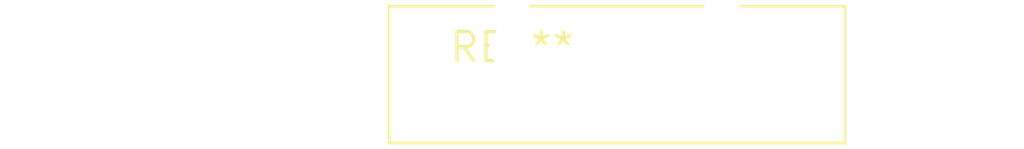
<source format=kicad_pcb>
(kicad_pcb (version 20240108) (generator pcbnew)
  (layers (0 "F.Cu" signal) (31 "B.Cu" signal) (34 "B.Paste" user) (35 "F.Paste" user) (36 "B.SilkS" user "B.Silkscreen") (37 "F.SilkS" user "F.Silkscreen") (38 "B.Mask" user) (39 "F.Mask" user) (44 "Edge.Cuts" user))
  (net 0 "")
  (footprint "Fuseholder_Blade_ATO_Littelfuse_Pudenz_2_Pin" (layer "F.Cu") (at 0 0)
    (property "Reference" "REF**")
    (property "Value" "Fuseholder_Blade_ATO_Littelfuse_Pudenz_2_Pin")
    (fp_line (start -5.4 -1.8) (end -0.81 -1.8) (layer "F.SilkS") (stroke (width 0.12)))
    (fp_line (start -5.4 4.2) (end -5.4 -1.8) (layer "F.SilkS") (stroke (width 0.12)))
    (fp_line (start 0.81 -1.8) (end 8.38 -1.8) (layer "F.SilkS") (stroke (width 0.12)))
    (fp_line (start 10.02 -1.8) (end 14.6 -1.8) (layer "F.SilkS") (stroke (width 0.12)))
    (fp_line (start 14.6 -1.8) (end 14.6 4.2) (layer "F.SilkS") (stroke (width 0.12)))
    (fp_line (start 14.6 4.2) (end -5.4 4.2) (layer "F.SilkS") (stroke (width 0.12)))
    (pad "" np_thru_hole circle (at 4.6 1.2) (size 2.4 2.4) (drill 2.4) (layers *.Cu *.Mask))
    (pad "1" thru_hole circle (at 0 0) (size 3.5 3.5) (drill 2) (layers *.Cu *.Mask) (remove_unused_layers))
    (pad "2" thru_hole circle (at 9.2 0) (size 3.5 3.5) (drill 2) (layers *.Cu *.Mask) (remove_unused_layers))
  )
)
</source>
